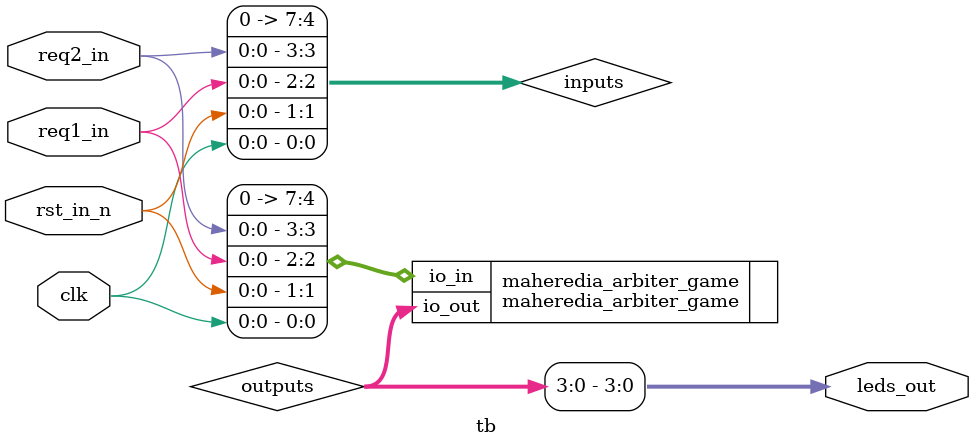
<source format=v>
`default_nettype none
`timescale 1ns/1ps

module tb 
    (
        input clk,
        input rst_in_n,
        input req1_in,
        input req2_in,
        output [3:0] leds_out
    );

    initial begin
        $dumpfile ("tb.vcd");
        $dumpvars (0, tb);
        #1;
    end

    wire [7:0] inputs = {4'b0000, req2_in, req1_in, rst_in_n, clk};
    wire [7:0] outputs;

    maheredia_arbiter_game maheredia_arbiter_game (
        .io_in (inputs),
        .io_out (outputs)
    );

    assign leds_out = outputs[3:0];

endmodule

</source>
